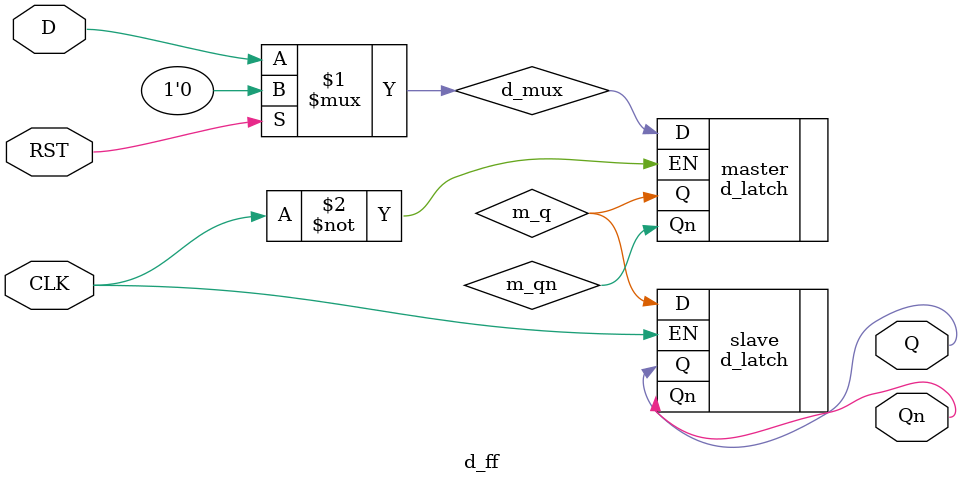
<source format=v>
`timescale 1ns/1ps

module d_ff (
    input  wire D,
    input  wire CLK,
    input  wire RST, // 同期アクティブ High リセット
    output wire Q,
    output wire Qn
);
    wire d_mux;      // リセット時は 0 を与える同期リセット用 MUX 出力
    wire m_q;        // マスターラッチ出力
    wire m_qn;

    assign d_mux = RST ? 1'b0 : D;

    // マスター: CLK=0 の間だけ透過
    d_latch master (
        .D(d_mux),
        .EN(~CLK),
        .Q(m_q),
        .Qn(m_qn)
    );

    // スレーブ: CLK=1 の間だけ透過 → 立ち上がりでデータを確定
    d_latch slave (
        .D(m_q),
        .EN(CLK),
        .Q(Q),
        .Qn(Qn)
    );
endmodule

</source>
